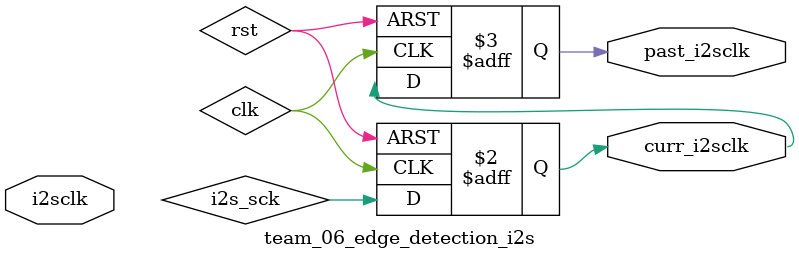
<source format=sv>
module team_06_edge_detection_i2s(
    input logic i2sclk,
    output logic curr_i2sclk, past_i2sclk
);
    always_ff @(posedge clk or posedge rst) begin
        if (rst) begin
            curr_i2sclk <= 0;
            past_i2sclk <= 0;
        end else begin
            past_i2sclk <= curr_i2sclk;
            curr_i2sclk <= i2s_sck;
        end
end
endmodule
</source>
